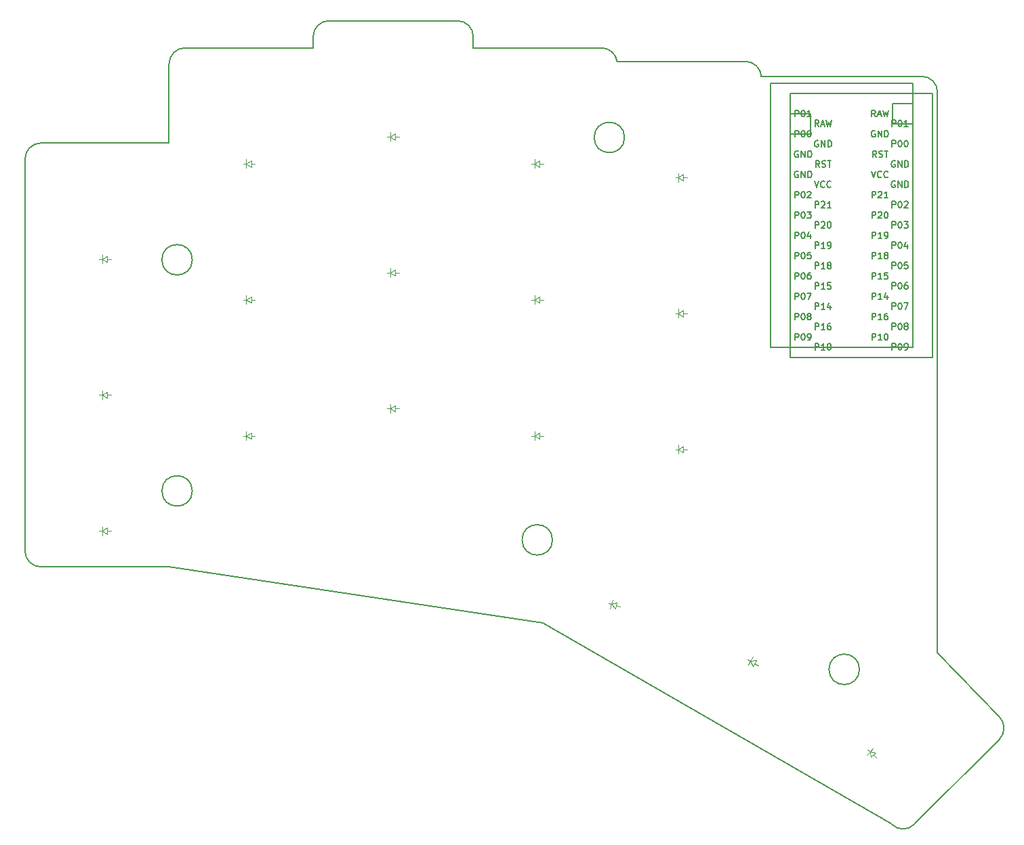
<source format=gbr>
G04 #@! TF.GenerationSoftware,KiCad,Pcbnew,5.1.5+dfsg1-2build2*
G04 #@! TF.CreationDate,2021-09-18T18:44:29+00:00*
G04 #@! TF.ProjectId,board,626f6172-642e-46b6-9963-61645f706362,VERSION_HERE*
G04 #@! TF.SameCoordinates,Original*
G04 #@! TF.FileFunction,Legend,Top*
G04 #@! TF.FilePolarity,Positive*
%FSLAX46Y46*%
G04 Gerber Fmt 4.6, Leading zero omitted, Abs format (unit mm)*
G04 Created by KiCad (PCBNEW 5.1.5+dfsg1-2build2) date 2021-09-18 18:44:29*
%MOMM*%
%LPD*%
G04 APERTURE LIST*
G04 #@! TA.AperFunction,Profile*
%ADD10C,0.150000*%
G04 #@! TD*
%ADD11C,0.100000*%
%ADD12C,0.150000*%
G04 APERTURE END LIST*
D10*
X10000000Y-9500000D02*
X26000000Y-9500000D01*
X8000000Y-7500000D02*
X8000000Y41500000D01*
X10000000Y-9500000D02*
G75*
G02X8000000Y-7500000I0J2000000D01*
G01*
X26000000Y43500000D02*
X10000000Y43500000D01*
X8000000Y41500000D02*
G75*
G02X10000000Y43500000I2000000J0D01*
G01*
X44000000Y55400000D02*
X28000000Y55400000D01*
X26000000Y53400000D02*
G75*
G02X28000000Y55400000I2000000J0D01*
G01*
X26000000Y53400000D02*
X26000000Y43500000D01*
X64000000Y55400000D02*
X64000000Y56800000D01*
X62000000Y58800000D02*
G75*
G02X64000000Y56800000I0J-2000000D01*
G01*
X62000000Y58800000D02*
X46000000Y58800000D01*
X44000000Y56800000D02*
G75*
G02X46000000Y58800000I2000000J0D01*
G01*
X44000000Y56800000D02*
X44000000Y55400000D01*
X80000000Y55400000D02*
G75*
G02X81977391Y53699872I0J-2000000D01*
G01*
X80000000Y55400000D02*
X64000000Y55400000D01*
X98000000Y53700000D02*
G75*
G02X99994367Y51850000I0J-2000000D01*
G01*
X98000000Y53700000D02*
X82000000Y53700000D01*
X81977391Y53699872D02*
G75*
G02X82000000Y53700000I22609J-1999872D01*
G01*
X119117258Y-41686664D02*
G75*
G02X116288831Y-41686665I-1414214J1414213D01*
G01*
X119117258Y-41686665D02*
X129723860Y-31080063D01*
X129723859Y-28251636D02*
G75*
G02X129723860Y-31080063I-1414213J-1414214D01*
G01*
X122000000Y-20208734D02*
X129723860Y-28251636D01*
X116288831Y-41686665D02*
X72707107Y-16524745D01*
X72707107Y-16524745D02*
X26000000Y-9500000D01*
X122000000Y-20208734D02*
X122000000Y49850000D01*
X120000000Y51850000D02*
G75*
G02X122000000Y49850000I0J-2000000D01*
G01*
X120000000Y51850000D02*
X99994367Y51850000D01*
X28900000Y28900000D02*
G75*
G03X28900000Y28900000I-1900000J0D01*
G01*
X28900000Y0D02*
G75*
G03X28900000Y0I-1900000J0D01*
G01*
X82900000Y44200000D02*
G75*
G03X82900000Y44200000I-1900000J0D01*
G01*
X73900000Y-6120000D02*
G75*
G03X73900000Y-6120000I-1900000J0D01*
G01*
X112249134Y-22311939D02*
G75*
G03X112249134Y-22311939I-1900000J0D01*
G01*
D11*
G04 #@! TO.C,D1*
X17250000Y-5000000D02*
X17650000Y-5000000D01*
X17650000Y-5000000D02*
X17650000Y-4450000D01*
X17650000Y-5000000D02*
X17650000Y-5550000D01*
X17650000Y-5000000D02*
X18250000Y-4600000D01*
X18250000Y-4600000D02*
X18250000Y-5400000D01*
X18250000Y-5400000D02*
X17650000Y-5000000D01*
X18250000Y-5000000D02*
X18750000Y-5000000D01*
G04 #@! TO.C,D2*
X17250000Y12000000D02*
X17650000Y12000000D01*
X17650000Y12000000D02*
X17650000Y12550000D01*
X17650000Y12000000D02*
X17650000Y11450000D01*
X17650000Y12000000D02*
X18250000Y12400000D01*
X18250000Y12400000D02*
X18250000Y11600000D01*
X18250000Y11600000D02*
X17650000Y12000000D01*
X18250000Y12000000D02*
X18750000Y12000000D01*
G04 #@! TO.C,D3*
X17250000Y29000000D02*
X17650000Y29000000D01*
X17650000Y29000000D02*
X17650000Y29550000D01*
X17650000Y29000000D02*
X17650000Y28450000D01*
X17650000Y29000000D02*
X18250000Y29400000D01*
X18250000Y29400000D02*
X18250000Y28600000D01*
X18250000Y28600000D02*
X17650000Y29000000D01*
X18250000Y29000000D02*
X18750000Y29000000D01*
G04 #@! TO.C,D4*
X35250000Y6900000D02*
X35650000Y6900000D01*
X35650000Y6900000D02*
X35650000Y7450000D01*
X35650000Y6900000D02*
X35650000Y6350000D01*
X35650000Y6900000D02*
X36250000Y7300000D01*
X36250000Y7300000D02*
X36250000Y6500000D01*
X36250000Y6500000D02*
X35650000Y6900000D01*
X36250000Y6900000D02*
X36750000Y6900000D01*
G04 #@! TO.C,D5*
X35250000Y23900000D02*
X35650000Y23900000D01*
X35650000Y23900000D02*
X35650000Y24450000D01*
X35650000Y23900000D02*
X35650000Y23350000D01*
X35650000Y23900000D02*
X36250000Y24300000D01*
X36250000Y24300000D02*
X36250000Y23500000D01*
X36250000Y23500000D02*
X35650000Y23900000D01*
X36250000Y23900000D02*
X36750000Y23900000D01*
G04 #@! TO.C,D6*
X35250000Y40900000D02*
X35650000Y40900000D01*
X35650000Y40900000D02*
X35650000Y41450000D01*
X35650000Y40900000D02*
X35650000Y40350000D01*
X35650000Y40900000D02*
X36250000Y41300000D01*
X36250000Y41300000D02*
X36250000Y40500000D01*
X36250000Y40500000D02*
X35650000Y40900000D01*
X36250000Y40900000D02*
X36750000Y40900000D01*
G04 #@! TO.C,D7*
X53250000Y10300000D02*
X53650000Y10300000D01*
X53650000Y10300000D02*
X53650000Y10850000D01*
X53650000Y10300000D02*
X53650000Y9750000D01*
X53650000Y10300000D02*
X54250000Y10700000D01*
X54250000Y10700000D02*
X54250000Y9900000D01*
X54250000Y9900000D02*
X53650000Y10300000D01*
X54250000Y10300000D02*
X54750000Y10300000D01*
G04 #@! TO.C,D8*
X53250000Y27300000D02*
X53650000Y27300000D01*
X53650000Y27300000D02*
X53650000Y27850000D01*
X53650000Y27300000D02*
X53650000Y26750000D01*
X53650000Y27300000D02*
X54250000Y27700000D01*
X54250000Y27700000D02*
X54250000Y26900000D01*
X54250000Y26900000D02*
X53650000Y27300000D01*
X54250000Y27300000D02*
X54750000Y27300000D01*
G04 #@! TO.C,D9*
X53250000Y44300000D02*
X53650000Y44300000D01*
X53650000Y44300000D02*
X53650000Y44850000D01*
X53650000Y44300000D02*
X53650000Y43750000D01*
X53650000Y44300000D02*
X54250000Y44700000D01*
X54250000Y44700000D02*
X54250000Y43900000D01*
X54250000Y43900000D02*
X53650000Y44300000D01*
X54250000Y44300000D02*
X54750000Y44300000D01*
G04 #@! TO.C,D10*
X71250000Y6900000D02*
X71650000Y6900000D01*
X71650000Y6900000D02*
X71650000Y7450000D01*
X71650000Y6900000D02*
X71650000Y6350000D01*
X71650000Y6900000D02*
X72250000Y7300000D01*
X72250000Y7300000D02*
X72250000Y6500000D01*
X72250000Y6500000D02*
X71650000Y6900000D01*
X72250000Y6900000D02*
X72750000Y6900000D01*
G04 #@! TO.C,D11*
X71250000Y23900000D02*
X71650000Y23900000D01*
X71650000Y23900000D02*
X71650000Y24450000D01*
X71650000Y23900000D02*
X71650000Y23350000D01*
X71650000Y23900000D02*
X72250000Y24300000D01*
X72250000Y24300000D02*
X72250000Y23500000D01*
X72250000Y23500000D02*
X71650000Y23900000D01*
X72250000Y23900000D02*
X72750000Y23900000D01*
G04 #@! TO.C,D12*
X71250000Y40900000D02*
X71650000Y40900000D01*
X71650000Y40900000D02*
X71650000Y41450000D01*
X71650000Y40900000D02*
X71650000Y40350000D01*
X71650000Y40900000D02*
X72250000Y41300000D01*
X72250000Y41300000D02*
X72250000Y40500000D01*
X72250000Y40500000D02*
X71650000Y40900000D01*
X72250000Y40900000D02*
X72750000Y40900000D01*
G04 #@! TO.C,D13*
X89250000Y5200000D02*
X89650000Y5200000D01*
X89650000Y5200000D02*
X89650000Y5750000D01*
X89650000Y5200000D02*
X89650000Y4650000D01*
X89650000Y5200000D02*
X90250000Y5600000D01*
X90250000Y5600000D02*
X90250000Y4800000D01*
X90250000Y4800000D02*
X89650000Y5200000D01*
X90250000Y5200000D02*
X90750000Y5200000D01*
G04 #@! TO.C,D14*
X89250000Y22200000D02*
X89650000Y22200000D01*
X89650000Y22200000D02*
X89650000Y22750000D01*
X89650000Y22200000D02*
X89650000Y21650000D01*
X89650000Y22200000D02*
X90250000Y22600000D01*
X90250000Y22600000D02*
X90250000Y21800000D01*
X90250000Y21800000D02*
X89650000Y22200000D01*
X90250000Y22200000D02*
X90750000Y22200000D01*
G04 #@! TO.C,D15*
X89250000Y39200000D02*
X89650000Y39200000D01*
X89650000Y39200000D02*
X89650000Y39750000D01*
X89650000Y39200000D02*
X89650000Y38650000D01*
X89650000Y39200000D02*
X90250000Y39600000D01*
X90250000Y39600000D02*
X90250000Y38800000D01*
X90250000Y38800000D02*
X89650000Y39200000D01*
X90250000Y39200000D02*
X90750000Y39200000D01*
G04 #@! TO.C,D16*
X80874756Y-14054486D02*
X81261126Y-14158013D01*
X81261126Y-14158013D02*
X81403476Y-13626754D01*
X81261126Y-14158013D02*
X81118775Y-14689273D01*
X81261126Y-14158013D02*
X81944209Y-13926934D01*
X81944209Y-13926934D02*
X81737154Y-14699675D01*
X81737154Y-14699675D02*
X81261126Y-14158013D01*
X81840681Y-14313305D02*
X82323644Y-14442714D01*
G04 #@! TO.C,D17*
X98281381Y-21052700D02*
X98627791Y-21252700D01*
X98627791Y-21252700D02*
X98902791Y-20776386D01*
X98627791Y-21252700D02*
X98352791Y-21729014D01*
X98627791Y-21252700D02*
X99347406Y-21206290D01*
X99347406Y-21206290D02*
X98947406Y-21899110D01*
X98947406Y-21899110D02*
X98627791Y-21252700D01*
X99147406Y-21552700D02*
X99580419Y-21802700D01*
G04 #@! TO.C,D18*
X113283670Y-32317470D02*
X113566513Y-32600313D01*
X113566513Y-32600313D02*
X113955421Y-32211404D01*
X113566513Y-32600313D02*
X113177604Y-32989221D01*
X113566513Y-32600313D02*
X114273619Y-32741734D01*
X114273619Y-32741734D02*
X113707934Y-33307419D01*
X113707934Y-33307419D02*
X113566513Y-32600313D01*
X113990777Y-33024577D02*
X114344330Y-33378130D01*
D12*
G04 #@! TO.C,MCU1*
X116350000Y45900000D02*
X118890000Y45900000D01*
X116350000Y48440000D02*
X118890000Y48440000D01*
X116350000Y48440000D02*
X116350000Y45900000D01*
X118890000Y50980000D02*
X101110000Y50980000D01*
X118890000Y17960000D02*
X118890000Y50980000D01*
X101110000Y17960000D02*
X118890000Y17960000D01*
X101110000Y50980000D02*
X101110000Y17960000D01*
G04 #@! TO.C,MCU2*
X106150000Y44650000D02*
X103610000Y44650000D01*
X106150000Y47190000D02*
X103610000Y47190000D01*
X106150000Y47190000D02*
X106150000Y44650000D01*
X121390000Y49730000D02*
X103610000Y49730000D01*
X121390000Y16710000D02*
X121390000Y49730000D01*
X103610000Y16710000D02*
X121390000Y16710000D01*
X103610000Y49730000D02*
X103610000Y16710000D01*
G04 #@! TD*
G04 #@! TO.C,MCU1*
X114247619Y46808095D02*
X113980952Y47189047D01*
X113790476Y46808095D02*
X113790476Y47608095D01*
X114095238Y47608095D01*
X114171428Y47570000D01*
X114209523Y47531904D01*
X114247619Y47455714D01*
X114247619Y47341428D01*
X114209523Y47265238D01*
X114171428Y47227142D01*
X114095238Y47189047D01*
X113790476Y47189047D01*
X114552380Y47036666D02*
X114933333Y47036666D01*
X114476190Y46808095D02*
X114742857Y47608095D01*
X115009523Y46808095D01*
X115200000Y47608095D02*
X115390476Y46808095D01*
X115542857Y47379523D01*
X115695238Y46808095D01*
X115885714Y47608095D01*
X114190476Y45030000D02*
X114114285Y45068095D01*
X114000000Y45068095D01*
X113885714Y45030000D01*
X113809523Y44953809D01*
X113771428Y44877619D01*
X113733333Y44725238D01*
X113733333Y44610952D01*
X113771428Y44458571D01*
X113809523Y44382380D01*
X113885714Y44306190D01*
X114000000Y44268095D01*
X114076190Y44268095D01*
X114190476Y44306190D01*
X114228571Y44344285D01*
X114228571Y44610952D01*
X114076190Y44610952D01*
X114571428Y44268095D02*
X114571428Y45068095D01*
X115028571Y44268095D01*
X115028571Y45068095D01*
X115409523Y44268095D02*
X115409523Y45068095D01*
X115600000Y45068095D01*
X115714285Y45030000D01*
X115790476Y44953809D01*
X115828571Y44877619D01*
X115866666Y44725238D01*
X115866666Y44610952D01*
X115828571Y44458571D01*
X115790476Y44382380D01*
X115714285Y44306190D01*
X115600000Y44268095D01*
X115409523Y44268095D01*
X114361904Y41728095D02*
X114095238Y42109047D01*
X113904761Y41728095D02*
X113904761Y42528095D01*
X114209523Y42528095D01*
X114285714Y42490000D01*
X114323809Y42451904D01*
X114361904Y42375714D01*
X114361904Y42261428D01*
X114323809Y42185238D01*
X114285714Y42147142D01*
X114209523Y42109047D01*
X113904761Y42109047D01*
X114666666Y41766190D02*
X114780952Y41728095D01*
X114971428Y41728095D01*
X115047619Y41766190D01*
X115085714Y41804285D01*
X115123809Y41880476D01*
X115123809Y41956666D01*
X115085714Y42032857D01*
X115047619Y42070952D01*
X114971428Y42109047D01*
X114819047Y42147142D01*
X114742857Y42185238D01*
X114704761Y42223333D01*
X114666666Y42299523D01*
X114666666Y42375714D01*
X114704761Y42451904D01*
X114742857Y42490000D01*
X114819047Y42528095D01*
X115009523Y42528095D01*
X115123809Y42490000D01*
X115352380Y42528095D02*
X115809523Y42528095D01*
X115580952Y41728095D02*
X115580952Y42528095D01*
X113733333Y39988095D02*
X114000000Y39188095D01*
X114266666Y39988095D01*
X114990476Y39264285D02*
X114952380Y39226190D01*
X114838095Y39188095D01*
X114761904Y39188095D01*
X114647619Y39226190D01*
X114571428Y39302380D01*
X114533333Y39378571D01*
X114495238Y39530952D01*
X114495238Y39645238D01*
X114533333Y39797619D01*
X114571428Y39873809D01*
X114647619Y39950000D01*
X114761904Y39988095D01*
X114838095Y39988095D01*
X114952380Y39950000D01*
X114990476Y39911904D01*
X115790476Y39264285D02*
X115752380Y39226190D01*
X115638095Y39188095D01*
X115561904Y39188095D01*
X115447619Y39226190D01*
X115371428Y39302380D01*
X115333333Y39378571D01*
X115295238Y39530952D01*
X115295238Y39645238D01*
X115333333Y39797619D01*
X115371428Y39873809D01*
X115447619Y39950000D01*
X115561904Y39988095D01*
X115638095Y39988095D01*
X115752380Y39950000D01*
X115790476Y39911904D01*
X113828571Y36648095D02*
X113828571Y37448095D01*
X114133333Y37448095D01*
X114209523Y37410000D01*
X114247619Y37371904D01*
X114285714Y37295714D01*
X114285714Y37181428D01*
X114247619Y37105238D01*
X114209523Y37067142D01*
X114133333Y37029047D01*
X113828571Y37029047D01*
X114590476Y37371904D02*
X114628571Y37410000D01*
X114704761Y37448095D01*
X114895238Y37448095D01*
X114971428Y37410000D01*
X115009523Y37371904D01*
X115047619Y37295714D01*
X115047619Y37219523D01*
X115009523Y37105238D01*
X114552380Y36648095D01*
X115047619Y36648095D01*
X115809523Y36648095D02*
X115352380Y36648095D01*
X115580952Y36648095D02*
X115580952Y37448095D01*
X115504761Y37333809D01*
X115428571Y37257619D01*
X115352380Y37219523D01*
X113828571Y34108095D02*
X113828571Y34908095D01*
X114133333Y34908095D01*
X114209523Y34870000D01*
X114247619Y34831904D01*
X114285714Y34755714D01*
X114285714Y34641428D01*
X114247619Y34565238D01*
X114209523Y34527142D01*
X114133333Y34489047D01*
X113828571Y34489047D01*
X114590476Y34831904D02*
X114628571Y34870000D01*
X114704761Y34908095D01*
X114895238Y34908095D01*
X114971428Y34870000D01*
X115009523Y34831904D01*
X115047619Y34755714D01*
X115047619Y34679523D01*
X115009523Y34565238D01*
X114552380Y34108095D01*
X115047619Y34108095D01*
X115542857Y34908095D02*
X115619047Y34908095D01*
X115695238Y34870000D01*
X115733333Y34831904D01*
X115771428Y34755714D01*
X115809523Y34603333D01*
X115809523Y34412857D01*
X115771428Y34260476D01*
X115733333Y34184285D01*
X115695238Y34146190D01*
X115619047Y34108095D01*
X115542857Y34108095D01*
X115466666Y34146190D01*
X115428571Y34184285D01*
X115390476Y34260476D01*
X115352380Y34412857D01*
X115352380Y34603333D01*
X115390476Y34755714D01*
X115428571Y34831904D01*
X115466666Y34870000D01*
X115542857Y34908095D01*
X113828571Y31568095D02*
X113828571Y32368095D01*
X114133333Y32368095D01*
X114209523Y32330000D01*
X114247619Y32291904D01*
X114285714Y32215714D01*
X114285714Y32101428D01*
X114247619Y32025238D01*
X114209523Y31987142D01*
X114133333Y31949047D01*
X113828571Y31949047D01*
X115047619Y31568095D02*
X114590476Y31568095D01*
X114819047Y31568095D02*
X114819047Y32368095D01*
X114742857Y32253809D01*
X114666666Y32177619D01*
X114590476Y32139523D01*
X115428571Y31568095D02*
X115580952Y31568095D01*
X115657142Y31606190D01*
X115695238Y31644285D01*
X115771428Y31758571D01*
X115809523Y31910952D01*
X115809523Y32215714D01*
X115771428Y32291904D01*
X115733333Y32330000D01*
X115657142Y32368095D01*
X115504761Y32368095D01*
X115428571Y32330000D01*
X115390476Y32291904D01*
X115352380Y32215714D01*
X115352380Y32025238D01*
X115390476Y31949047D01*
X115428571Y31910952D01*
X115504761Y31872857D01*
X115657142Y31872857D01*
X115733333Y31910952D01*
X115771428Y31949047D01*
X115809523Y32025238D01*
X113828571Y29028095D02*
X113828571Y29828095D01*
X114133333Y29828095D01*
X114209523Y29790000D01*
X114247619Y29751904D01*
X114285714Y29675714D01*
X114285714Y29561428D01*
X114247619Y29485238D01*
X114209523Y29447142D01*
X114133333Y29409047D01*
X113828571Y29409047D01*
X115047619Y29028095D02*
X114590476Y29028095D01*
X114819047Y29028095D02*
X114819047Y29828095D01*
X114742857Y29713809D01*
X114666666Y29637619D01*
X114590476Y29599523D01*
X115504761Y29485238D02*
X115428571Y29523333D01*
X115390476Y29561428D01*
X115352380Y29637619D01*
X115352380Y29675714D01*
X115390476Y29751904D01*
X115428571Y29790000D01*
X115504761Y29828095D01*
X115657142Y29828095D01*
X115733333Y29790000D01*
X115771428Y29751904D01*
X115809523Y29675714D01*
X115809523Y29637619D01*
X115771428Y29561428D01*
X115733333Y29523333D01*
X115657142Y29485238D01*
X115504761Y29485238D01*
X115428571Y29447142D01*
X115390476Y29409047D01*
X115352380Y29332857D01*
X115352380Y29180476D01*
X115390476Y29104285D01*
X115428571Y29066190D01*
X115504761Y29028095D01*
X115657142Y29028095D01*
X115733333Y29066190D01*
X115771428Y29104285D01*
X115809523Y29180476D01*
X115809523Y29332857D01*
X115771428Y29409047D01*
X115733333Y29447142D01*
X115657142Y29485238D01*
X113828571Y26488095D02*
X113828571Y27288095D01*
X114133333Y27288095D01*
X114209523Y27250000D01*
X114247619Y27211904D01*
X114285714Y27135714D01*
X114285714Y27021428D01*
X114247619Y26945238D01*
X114209523Y26907142D01*
X114133333Y26869047D01*
X113828571Y26869047D01*
X115047619Y26488095D02*
X114590476Y26488095D01*
X114819047Y26488095D02*
X114819047Y27288095D01*
X114742857Y27173809D01*
X114666666Y27097619D01*
X114590476Y27059523D01*
X115771428Y27288095D02*
X115390476Y27288095D01*
X115352380Y26907142D01*
X115390476Y26945238D01*
X115466666Y26983333D01*
X115657142Y26983333D01*
X115733333Y26945238D01*
X115771428Y26907142D01*
X115809523Y26830952D01*
X115809523Y26640476D01*
X115771428Y26564285D01*
X115733333Y26526190D01*
X115657142Y26488095D01*
X115466666Y26488095D01*
X115390476Y26526190D01*
X115352380Y26564285D01*
X113828571Y23948095D02*
X113828571Y24748095D01*
X114133333Y24748095D01*
X114209523Y24710000D01*
X114247619Y24671904D01*
X114285714Y24595714D01*
X114285714Y24481428D01*
X114247619Y24405238D01*
X114209523Y24367142D01*
X114133333Y24329047D01*
X113828571Y24329047D01*
X115047619Y23948095D02*
X114590476Y23948095D01*
X114819047Y23948095D02*
X114819047Y24748095D01*
X114742857Y24633809D01*
X114666666Y24557619D01*
X114590476Y24519523D01*
X115733333Y24481428D02*
X115733333Y23948095D01*
X115542857Y24786190D02*
X115352380Y24214761D01*
X115847619Y24214761D01*
X113828571Y21408095D02*
X113828571Y22208095D01*
X114133333Y22208095D01*
X114209523Y22170000D01*
X114247619Y22131904D01*
X114285714Y22055714D01*
X114285714Y21941428D01*
X114247619Y21865238D01*
X114209523Y21827142D01*
X114133333Y21789047D01*
X113828571Y21789047D01*
X115047619Y21408095D02*
X114590476Y21408095D01*
X114819047Y21408095D02*
X114819047Y22208095D01*
X114742857Y22093809D01*
X114666666Y22017619D01*
X114590476Y21979523D01*
X115733333Y22208095D02*
X115580952Y22208095D01*
X115504761Y22170000D01*
X115466666Y22131904D01*
X115390476Y22017619D01*
X115352380Y21865238D01*
X115352380Y21560476D01*
X115390476Y21484285D01*
X115428571Y21446190D01*
X115504761Y21408095D01*
X115657142Y21408095D01*
X115733333Y21446190D01*
X115771428Y21484285D01*
X115809523Y21560476D01*
X115809523Y21750952D01*
X115771428Y21827142D01*
X115733333Y21865238D01*
X115657142Y21903333D01*
X115504761Y21903333D01*
X115428571Y21865238D01*
X115390476Y21827142D01*
X115352380Y21750952D01*
X113828571Y18868095D02*
X113828571Y19668095D01*
X114133333Y19668095D01*
X114209523Y19630000D01*
X114247619Y19591904D01*
X114285714Y19515714D01*
X114285714Y19401428D01*
X114247619Y19325238D01*
X114209523Y19287142D01*
X114133333Y19249047D01*
X113828571Y19249047D01*
X115047619Y18868095D02*
X114590476Y18868095D01*
X114819047Y18868095D02*
X114819047Y19668095D01*
X114742857Y19553809D01*
X114666666Y19477619D01*
X114590476Y19439523D01*
X115542857Y19668095D02*
X115619047Y19668095D01*
X115695238Y19630000D01*
X115733333Y19591904D01*
X115771428Y19515714D01*
X115809523Y19363333D01*
X115809523Y19172857D01*
X115771428Y19020476D01*
X115733333Y18944285D01*
X115695238Y18906190D01*
X115619047Y18868095D01*
X115542857Y18868095D01*
X115466666Y18906190D01*
X115428571Y18944285D01*
X115390476Y19020476D01*
X115352380Y19172857D01*
X115352380Y19363333D01*
X115390476Y19515714D01*
X115428571Y19591904D01*
X115466666Y19630000D01*
X115542857Y19668095D01*
X104228571Y46808095D02*
X104228571Y47608095D01*
X104533333Y47608095D01*
X104609523Y47570000D01*
X104647619Y47531904D01*
X104685714Y47455714D01*
X104685714Y47341428D01*
X104647619Y47265238D01*
X104609523Y47227142D01*
X104533333Y47189047D01*
X104228571Y47189047D01*
X105180952Y47608095D02*
X105257142Y47608095D01*
X105333333Y47570000D01*
X105371428Y47531904D01*
X105409523Y47455714D01*
X105447619Y47303333D01*
X105447619Y47112857D01*
X105409523Y46960476D01*
X105371428Y46884285D01*
X105333333Y46846190D01*
X105257142Y46808095D01*
X105180952Y46808095D01*
X105104761Y46846190D01*
X105066666Y46884285D01*
X105028571Y46960476D01*
X104990476Y47112857D01*
X104990476Y47303333D01*
X105028571Y47455714D01*
X105066666Y47531904D01*
X105104761Y47570000D01*
X105180952Y47608095D01*
X106209523Y46808095D02*
X105752380Y46808095D01*
X105980952Y46808095D02*
X105980952Y47608095D01*
X105904761Y47493809D01*
X105828571Y47417619D01*
X105752380Y47379523D01*
X104228571Y44268095D02*
X104228571Y45068095D01*
X104533333Y45068095D01*
X104609523Y45030000D01*
X104647619Y44991904D01*
X104685714Y44915714D01*
X104685714Y44801428D01*
X104647619Y44725238D01*
X104609523Y44687142D01*
X104533333Y44649047D01*
X104228571Y44649047D01*
X105180952Y45068095D02*
X105257142Y45068095D01*
X105333333Y45030000D01*
X105371428Y44991904D01*
X105409523Y44915714D01*
X105447619Y44763333D01*
X105447619Y44572857D01*
X105409523Y44420476D01*
X105371428Y44344285D01*
X105333333Y44306190D01*
X105257142Y44268095D01*
X105180952Y44268095D01*
X105104761Y44306190D01*
X105066666Y44344285D01*
X105028571Y44420476D01*
X104990476Y44572857D01*
X104990476Y44763333D01*
X105028571Y44915714D01*
X105066666Y44991904D01*
X105104761Y45030000D01*
X105180952Y45068095D01*
X105942857Y45068095D02*
X106019047Y45068095D01*
X106095238Y45030000D01*
X106133333Y44991904D01*
X106171428Y44915714D01*
X106209523Y44763333D01*
X106209523Y44572857D01*
X106171428Y44420476D01*
X106133333Y44344285D01*
X106095238Y44306190D01*
X106019047Y44268095D01*
X105942857Y44268095D01*
X105866666Y44306190D01*
X105828571Y44344285D01*
X105790476Y44420476D01*
X105752380Y44572857D01*
X105752380Y44763333D01*
X105790476Y44915714D01*
X105828571Y44991904D01*
X105866666Y45030000D01*
X105942857Y45068095D01*
X104590476Y42490000D02*
X104514285Y42528095D01*
X104400000Y42528095D01*
X104285714Y42490000D01*
X104209523Y42413809D01*
X104171428Y42337619D01*
X104133333Y42185238D01*
X104133333Y42070952D01*
X104171428Y41918571D01*
X104209523Y41842380D01*
X104285714Y41766190D01*
X104400000Y41728095D01*
X104476190Y41728095D01*
X104590476Y41766190D01*
X104628571Y41804285D01*
X104628571Y42070952D01*
X104476190Y42070952D01*
X104971428Y41728095D02*
X104971428Y42528095D01*
X105428571Y41728095D01*
X105428571Y42528095D01*
X105809523Y41728095D02*
X105809523Y42528095D01*
X106000000Y42528095D01*
X106114285Y42490000D01*
X106190476Y42413809D01*
X106228571Y42337619D01*
X106266666Y42185238D01*
X106266666Y42070952D01*
X106228571Y41918571D01*
X106190476Y41842380D01*
X106114285Y41766190D01*
X106000000Y41728095D01*
X105809523Y41728095D01*
X104590476Y39950000D02*
X104514285Y39988095D01*
X104400000Y39988095D01*
X104285714Y39950000D01*
X104209523Y39873809D01*
X104171428Y39797619D01*
X104133333Y39645238D01*
X104133333Y39530952D01*
X104171428Y39378571D01*
X104209523Y39302380D01*
X104285714Y39226190D01*
X104400000Y39188095D01*
X104476190Y39188095D01*
X104590476Y39226190D01*
X104628571Y39264285D01*
X104628571Y39530952D01*
X104476190Y39530952D01*
X104971428Y39188095D02*
X104971428Y39988095D01*
X105428571Y39188095D01*
X105428571Y39988095D01*
X105809523Y39188095D02*
X105809523Y39988095D01*
X106000000Y39988095D01*
X106114285Y39950000D01*
X106190476Y39873809D01*
X106228571Y39797619D01*
X106266666Y39645238D01*
X106266666Y39530952D01*
X106228571Y39378571D01*
X106190476Y39302380D01*
X106114285Y39226190D01*
X106000000Y39188095D01*
X105809523Y39188095D01*
X104228571Y36648095D02*
X104228571Y37448095D01*
X104533333Y37448095D01*
X104609523Y37410000D01*
X104647619Y37371904D01*
X104685714Y37295714D01*
X104685714Y37181428D01*
X104647619Y37105238D01*
X104609523Y37067142D01*
X104533333Y37029047D01*
X104228571Y37029047D01*
X105180952Y37448095D02*
X105257142Y37448095D01*
X105333333Y37410000D01*
X105371428Y37371904D01*
X105409523Y37295714D01*
X105447619Y37143333D01*
X105447619Y36952857D01*
X105409523Y36800476D01*
X105371428Y36724285D01*
X105333333Y36686190D01*
X105257142Y36648095D01*
X105180952Y36648095D01*
X105104761Y36686190D01*
X105066666Y36724285D01*
X105028571Y36800476D01*
X104990476Y36952857D01*
X104990476Y37143333D01*
X105028571Y37295714D01*
X105066666Y37371904D01*
X105104761Y37410000D01*
X105180952Y37448095D01*
X105752380Y37371904D02*
X105790476Y37410000D01*
X105866666Y37448095D01*
X106057142Y37448095D01*
X106133333Y37410000D01*
X106171428Y37371904D01*
X106209523Y37295714D01*
X106209523Y37219523D01*
X106171428Y37105238D01*
X105714285Y36648095D01*
X106209523Y36648095D01*
X104228571Y34108095D02*
X104228571Y34908095D01*
X104533333Y34908095D01*
X104609523Y34870000D01*
X104647619Y34831904D01*
X104685714Y34755714D01*
X104685714Y34641428D01*
X104647619Y34565238D01*
X104609523Y34527142D01*
X104533333Y34489047D01*
X104228571Y34489047D01*
X105180952Y34908095D02*
X105257142Y34908095D01*
X105333333Y34870000D01*
X105371428Y34831904D01*
X105409523Y34755714D01*
X105447619Y34603333D01*
X105447619Y34412857D01*
X105409523Y34260476D01*
X105371428Y34184285D01*
X105333333Y34146190D01*
X105257142Y34108095D01*
X105180952Y34108095D01*
X105104761Y34146190D01*
X105066666Y34184285D01*
X105028571Y34260476D01*
X104990476Y34412857D01*
X104990476Y34603333D01*
X105028571Y34755714D01*
X105066666Y34831904D01*
X105104761Y34870000D01*
X105180952Y34908095D01*
X105714285Y34908095D02*
X106209523Y34908095D01*
X105942857Y34603333D01*
X106057142Y34603333D01*
X106133333Y34565238D01*
X106171428Y34527142D01*
X106209523Y34450952D01*
X106209523Y34260476D01*
X106171428Y34184285D01*
X106133333Y34146190D01*
X106057142Y34108095D01*
X105828571Y34108095D01*
X105752380Y34146190D01*
X105714285Y34184285D01*
X104228571Y31568095D02*
X104228571Y32368095D01*
X104533333Y32368095D01*
X104609523Y32330000D01*
X104647619Y32291904D01*
X104685714Y32215714D01*
X104685714Y32101428D01*
X104647619Y32025238D01*
X104609523Y31987142D01*
X104533333Y31949047D01*
X104228571Y31949047D01*
X105180952Y32368095D02*
X105257142Y32368095D01*
X105333333Y32330000D01*
X105371428Y32291904D01*
X105409523Y32215714D01*
X105447619Y32063333D01*
X105447619Y31872857D01*
X105409523Y31720476D01*
X105371428Y31644285D01*
X105333333Y31606190D01*
X105257142Y31568095D01*
X105180952Y31568095D01*
X105104761Y31606190D01*
X105066666Y31644285D01*
X105028571Y31720476D01*
X104990476Y31872857D01*
X104990476Y32063333D01*
X105028571Y32215714D01*
X105066666Y32291904D01*
X105104761Y32330000D01*
X105180952Y32368095D01*
X106133333Y32101428D02*
X106133333Y31568095D01*
X105942857Y32406190D02*
X105752380Y31834761D01*
X106247619Y31834761D01*
X104228571Y29028095D02*
X104228571Y29828095D01*
X104533333Y29828095D01*
X104609523Y29790000D01*
X104647619Y29751904D01*
X104685714Y29675714D01*
X104685714Y29561428D01*
X104647619Y29485238D01*
X104609523Y29447142D01*
X104533333Y29409047D01*
X104228571Y29409047D01*
X105180952Y29828095D02*
X105257142Y29828095D01*
X105333333Y29790000D01*
X105371428Y29751904D01*
X105409523Y29675714D01*
X105447619Y29523333D01*
X105447619Y29332857D01*
X105409523Y29180476D01*
X105371428Y29104285D01*
X105333333Y29066190D01*
X105257142Y29028095D01*
X105180952Y29028095D01*
X105104761Y29066190D01*
X105066666Y29104285D01*
X105028571Y29180476D01*
X104990476Y29332857D01*
X104990476Y29523333D01*
X105028571Y29675714D01*
X105066666Y29751904D01*
X105104761Y29790000D01*
X105180952Y29828095D01*
X106171428Y29828095D02*
X105790476Y29828095D01*
X105752380Y29447142D01*
X105790476Y29485238D01*
X105866666Y29523333D01*
X106057142Y29523333D01*
X106133333Y29485238D01*
X106171428Y29447142D01*
X106209523Y29370952D01*
X106209523Y29180476D01*
X106171428Y29104285D01*
X106133333Y29066190D01*
X106057142Y29028095D01*
X105866666Y29028095D01*
X105790476Y29066190D01*
X105752380Y29104285D01*
X104228571Y26488095D02*
X104228571Y27288095D01*
X104533333Y27288095D01*
X104609523Y27250000D01*
X104647619Y27211904D01*
X104685714Y27135714D01*
X104685714Y27021428D01*
X104647619Y26945238D01*
X104609523Y26907142D01*
X104533333Y26869047D01*
X104228571Y26869047D01*
X105180952Y27288095D02*
X105257142Y27288095D01*
X105333333Y27250000D01*
X105371428Y27211904D01*
X105409523Y27135714D01*
X105447619Y26983333D01*
X105447619Y26792857D01*
X105409523Y26640476D01*
X105371428Y26564285D01*
X105333333Y26526190D01*
X105257142Y26488095D01*
X105180952Y26488095D01*
X105104761Y26526190D01*
X105066666Y26564285D01*
X105028571Y26640476D01*
X104990476Y26792857D01*
X104990476Y26983333D01*
X105028571Y27135714D01*
X105066666Y27211904D01*
X105104761Y27250000D01*
X105180952Y27288095D01*
X106133333Y27288095D02*
X105980952Y27288095D01*
X105904761Y27250000D01*
X105866666Y27211904D01*
X105790476Y27097619D01*
X105752380Y26945238D01*
X105752380Y26640476D01*
X105790476Y26564285D01*
X105828571Y26526190D01*
X105904761Y26488095D01*
X106057142Y26488095D01*
X106133333Y26526190D01*
X106171428Y26564285D01*
X106209523Y26640476D01*
X106209523Y26830952D01*
X106171428Y26907142D01*
X106133333Y26945238D01*
X106057142Y26983333D01*
X105904761Y26983333D01*
X105828571Y26945238D01*
X105790476Y26907142D01*
X105752380Y26830952D01*
X104228571Y23948095D02*
X104228571Y24748095D01*
X104533333Y24748095D01*
X104609523Y24710000D01*
X104647619Y24671904D01*
X104685714Y24595714D01*
X104685714Y24481428D01*
X104647619Y24405238D01*
X104609523Y24367142D01*
X104533333Y24329047D01*
X104228571Y24329047D01*
X105180952Y24748095D02*
X105257142Y24748095D01*
X105333333Y24710000D01*
X105371428Y24671904D01*
X105409523Y24595714D01*
X105447619Y24443333D01*
X105447619Y24252857D01*
X105409523Y24100476D01*
X105371428Y24024285D01*
X105333333Y23986190D01*
X105257142Y23948095D01*
X105180952Y23948095D01*
X105104761Y23986190D01*
X105066666Y24024285D01*
X105028571Y24100476D01*
X104990476Y24252857D01*
X104990476Y24443333D01*
X105028571Y24595714D01*
X105066666Y24671904D01*
X105104761Y24710000D01*
X105180952Y24748095D01*
X105714285Y24748095D02*
X106247619Y24748095D01*
X105904761Y23948095D01*
X104228571Y21408095D02*
X104228571Y22208095D01*
X104533333Y22208095D01*
X104609523Y22170000D01*
X104647619Y22131904D01*
X104685714Y22055714D01*
X104685714Y21941428D01*
X104647619Y21865238D01*
X104609523Y21827142D01*
X104533333Y21789047D01*
X104228571Y21789047D01*
X105180952Y22208095D02*
X105257142Y22208095D01*
X105333333Y22170000D01*
X105371428Y22131904D01*
X105409523Y22055714D01*
X105447619Y21903333D01*
X105447619Y21712857D01*
X105409523Y21560476D01*
X105371428Y21484285D01*
X105333333Y21446190D01*
X105257142Y21408095D01*
X105180952Y21408095D01*
X105104761Y21446190D01*
X105066666Y21484285D01*
X105028571Y21560476D01*
X104990476Y21712857D01*
X104990476Y21903333D01*
X105028571Y22055714D01*
X105066666Y22131904D01*
X105104761Y22170000D01*
X105180952Y22208095D01*
X105904761Y21865238D02*
X105828571Y21903333D01*
X105790476Y21941428D01*
X105752380Y22017619D01*
X105752380Y22055714D01*
X105790476Y22131904D01*
X105828571Y22170000D01*
X105904761Y22208095D01*
X106057142Y22208095D01*
X106133333Y22170000D01*
X106171428Y22131904D01*
X106209523Y22055714D01*
X106209523Y22017619D01*
X106171428Y21941428D01*
X106133333Y21903333D01*
X106057142Y21865238D01*
X105904761Y21865238D01*
X105828571Y21827142D01*
X105790476Y21789047D01*
X105752380Y21712857D01*
X105752380Y21560476D01*
X105790476Y21484285D01*
X105828571Y21446190D01*
X105904761Y21408095D01*
X106057142Y21408095D01*
X106133333Y21446190D01*
X106171428Y21484285D01*
X106209523Y21560476D01*
X106209523Y21712857D01*
X106171428Y21789047D01*
X106133333Y21827142D01*
X106057142Y21865238D01*
X104228571Y18868095D02*
X104228571Y19668095D01*
X104533333Y19668095D01*
X104609523Y19630000D01*
X104647619Y19591904D01*
X104685714Y19515714D01*
X104685714Y19401428D01*
X104647619Y19325238D01*
X104609523Y19287142D01*
X104533333Y19249047D01*
X104228571Y19249047D01*
X105180952Y19668095D02*
X105257142Y19668095D01*
X105333333Y19630000D01*
X105371428Y19591904D01*
X105409523Y19515714D01*
X105447619Y19363333D01*
X105447619Y19172857D01*
X105409523Y19020476D01*
X105371428Y18944285D01*
X105333333Y18906190D01*
X105257142Y18868095D01*
X105180952Y18868095D01*
X105104761Y18906190D01*
X105066666Y18944285D01*
X105028571Y19020476D01*
X104990476Y19172857D01*
X104990476Y19363333D01*
X105028571Y19515714D01*
X105066666Y19591904D01*
X105104761Y19630000D01*
X105180952Y19668095D01*
X105828571Y18868095D02*
X105980952Y18868095D01*
X106057142Y18906190D01*
X106095238Y18944285D01*
X106171428Y19058571D01*
X106209523Y19210952D01*
X106209523Y19515714D01*
X106171428Y19591904D01*
X106133333Y19630000D01*
X106057142Y19668095D01*
X105904761Y19668095D01*
X105828571Y19630000D01*
X105790476Y19591904D01*
X105752380Y19515714D01*
X105752380Y19325238D01*
X105790476Y19249047D01*
X105828571Y19210952D01*
X105904761Y19172857D01*
X106057142Y19172857D01*
X106133333Y19210952D01*
X106171428Y19249047D01*
X106209523Y19325238D01*
G04 #@! TO.C,MCU2*
X107147619Y45558095D02*
X106880952Y45939047D01*
X106690476Y45558095D02*
X106690476Y46358095D01*
X106995238Y46358095D01*
X107071428Y46320000D01*
X107109523Y46281904D01*
X107147619Y46205714D01*
X107147619Y46091428D01*
X107109523Y46015238D01*
X107071428Y45977142D01*
X106995238Y45939047D01*
X106690476Y45939047D01*
X107452380Y45786666D02*
X107833333Y45786666D01*
X107376190Y45558095D02*
X107642857Y46358095D01*
X107909523Y45558095D01*
X108100000Y46358095D02*
X108290476Y45558095D01*
X108442857Y46129523D01*
X108595238Y45558095D01*
X108785714Y46358095D01*
X107090476Y43780000D02*
X107014285Y43818095D01*
X106900000Y43818095D01*
X106785714Y43780000D01*
X106709523Y43703809D01*
X106671428Y43627619D01*
X106633333Y43475238D01*
X106633333Y43360952D01*
X106671428Y43208571D01*
X106709523Y43132380D01*
X106785714Y43056190D01*
X106900000Y43018095D01*
X106976190Y43018095D01*
X107090476Y43056190D01*
X107128571Y43094285D01*
X107128571Y43360952D01*
X106976190Y43360952D01*
X107471428Y43018095D02*
X107471428Y43818095D01*
X107928571Y43018095D01*
X107928571Y43818095D01*
X108309523Y43018095D02*
X108309523Y43818095D01*
X108500000Y43818095D01*
X108614285Y43780000D01*
X108690476Y43703809D01*
X108728571Y43627619D01*
X108766666Y43475238D01*
X108766666Y43360952D01*
X108728571Y43208571D01*
X108690476Y43132380D01*
X108614285Y43056190D01*
X108500000Y43018095D01*
X108309523Y43018095D01*
X107261904Y40478095D02*
X106995238Y40859047D01*
X106804761Y40478095D02*
X106804761Y41278095D01*
X107109523Y41278095D01*
X107185714Y41240000D01*
X107223809Y41201904D01*
X107261904Y41125714D01*
X107261904Y41011428D01*
X107223809Y40935238D01*
X107185714Y40897142D01*
X107109523Y40859047D01*
X106804761Y40859047D01*
X107566666Y40516190D02*
X107680952Y40478095D01*
X107871428Y40478095D01*
X107947619Y40516190D01*
X107985714Y40554285D01*
X108023809Y40630476D01*
X108023809Y40706666D01*
X107985714Y40782857D01*
X107947619Y40820952D01*
X107871428Y40859047D01*
X107719047Y40897142D01*
X107642857Y40935238D01*
X107604761Y40973333D01*
X107566666Y41049523D01*
X107566666Y41125714D01*
X107604761Y41201904D01*
X107642857Y41240000D01*
X107719047Y41278095D01*
X107909523Y41278095D01*
X108023809Y41240000D01*
X108252380Y41278095D02*
X108709523Y41278095D01*
X108480952Y40478095D02*
X108480952Y41278095D01*
X106633333Y38738095D02*
X106900000Y37938095D01*
X107166666Y38738095D01*
X107890476Y38014285D02*
X107852380Y37976190D01*
X107738095Y37938095D01*
X107661904Y37938095D01*
X107547619Y37976190D01*
X107471428Y38052380D01*
X107433333Y38128571D01*
X107395238Y38280952D01*
X107395238Y38395238D01*
X107433333Y38547619D01*
X107471428Y38623809D01*
X107547619Y38700000D01*
X107661904Y38738095D01*
X107738095Y38738095D01*
X107852380Y38700000D01*
X107890476Y38661904D01*
X108690476Y38014285D02*
X108652380Y37976190D01*
X108538095Y37938095D01*
X108461904Y37938095D01*
X108347619Y37976190D01*
X108271428Y38052380D01*
X108233333Y38128571D01*
X108195238Y38280952D01*
X108195238Y38395238D01*
X108233333Y38547619D01*
X108271428Y38623809D01*
X108347619Y38700000D01*
X108461904Y38738095D01*
X108538095Y38738095D01*
X108652380Y38700000D01*
X108690476Y38661904D01*
X106728571Y35398095D02*
X106728571Y36198095D01*
X107033333Y36198095D01*
X107109523Y36160000D01*
X107147619Y36121904D01*
X107185714Y36045714D01*
X107185714Y35931428D01*
X107147619Y35855238D01*
X107109523Y35817142D01*
X107033333Y35779047D01*
X106728571Y35779047D01*
X107490476Y36121904D02*
X107528571Y36160000D01*
X107604761Y36198095D01*
X107795238Y36198095D01*
X107871428Y36160000D01*
X107909523Y36121904D01*
X107947619Y36045714D01*
X107947619Y35969523D01*
X107909523Y35855238D01*
X107452380Y35398095D01*
X107947619Y35398095D01*
X108709523Y35398095D02*
X108252380Y35398095D01*
X108480952Y35398095D02*
X108480952Y36198095D01*
X108404761Y36083809D01*
X108328571Y36007619D01*
X108252380Y35969523D01*
X106728571Y32858095D02*
X106728571Y33658095D01*
X107033333Y33658095D01*
X107109523Y33620000D01*
X107147619Y33581904D01*
X107185714Y33505714D01*
X107185714Y33391428D01*
X107147619Y33315238D01*
X107109523Y33277142D01*
X107033333Y33239047D01*
X106728571Y33239047D01*
X107490476Y33581904D02*
X107528571Y33620000D01*
X107604761Y33658095D01*
X107795238Y33658095D01*
X107871428Y33620000D01*
X107909523Y33581904D01*
X107947619Y33505714D01*
X107947619Y33429523D01*
X107909523Y33315238D01*
X107452380Y32858095D01*
X107947619Y32858095D01*
X108442857Y33658095D02*
X108519047Y33658095D01*
X108595238Y33620000D01*
X108633333Y33581904D01*
X108671428Y33505714D01*
X108709523Y33353333D01*
X108709523Y33162857D01*
X108671428Y33010476D01*
X108633333Y32934285D01*
X108595238Y32896190D01*
X108519047Y32858095D01*
X108442857Y32858095D01*
X108366666Y32896190D01*
X108328571Y32934285D01*
X108290476Y33010476D01*
X108252380Y33162857D01*
X108252380Y33353333D01*
X108290476Y33505714D01*
X108328571Y33581904D01*
X108366666Y33620000D01*
X108442857Y33658095D01*
X106728571Y30318095D02*
X106728571Y31118095D01*
X107033333Y31118095D01*
X107109523Y31080000D01*
X107147619Y31041904D01*
X107185714Y30965714D01*
X107185714Y30851428D01*
X107147619Y30775238D01*
X107109523Y30737142D01*
X107033333Y30699047D01*
X106728571Y30699047D01*
X107947619Y30318095D02*
X107490476Y30318095D01*
X107719047Y30318095D02*
X107719047Y31118095D01*
X107642857Y31003809D01*
X107566666Y30927619D01*
X107490476Y30889523D01*
X108328571Y30318095D02*
X108480952Y30318095D01*
X108557142Y30356190D01*
X108595238Y30394285D01*
X108671428Y30508571D01*
X108709523Y30660952D01*
X108709523Y30965714D01*
X108671428Y31041904D01*
X108633333Y31080000D01*
X108557142Y31118095D01*
X108404761Y31118095D01*
X108328571Y31080000D01*
X108290476Y31041904D01*
X108252380Y30965714D01*
X108252380Y30775238D01*
X108290476Y30699047D01*
X108328571Y30660952D01*
X108404761Y30622857D01*
X108557142Y30622857D01*
X108633333Y30660952D01*
X108671428Y30699047D01*
X108709523Y30775238D01*
X106728571Y27778095D02*
X106728571Y28578095D01*
X107033333Y28578095D01*
X107109523Y28540000D01*
X107147619Y28501904D01*
X107185714Y28425714D01*
X107185714Y28311428D01*
X107147619Y28235238D01*
X107109523Y28197142D01*
X107033333Y28159047D01*
X106728571Y28159047D01*
X107947619Y27778095D02*
X107490476Y27778095D01*
X107719047Y27778095D02*
X107719047Y28578095D01*
X107642857Y28463809D01*
X107566666Y28387619D01*
X107490476Y28349523D01*
X108404761Y28235238D02*
X108328571Y28273333D01*
X108290476Y28311428D01*
X108252380Y28387619D01*
X108252380Y28425714D01*
X108290476Y28501904D01*
X108328571Y28540000D01*
X108404761Y28578095D01*
X108557142Y28578095D01*
X108633333Y28540000D01*
X108671428Y28501904D01*
X108709523Y28425714D01*
X108709523Y28387619D01*
X108671428Y28311428D01*
X108633333Y28273333D01*
X108557142Y28235238D01*
X108404761Y28235238D01*
X108328571Y28197142D01*
X108290476Y28159047D01*
X108252380Y28082857D01*
X108252380Y27930476D01*
X108290476Y27854285D01*
X108328571Y27816190D01*
X108404761Y27778095D01*
X108557142Y27778095D01*
X108633333Y27816190D01*
X108671428Y27854285D01*
X108709523Y27930476D01*
X108709523Y28082857D01*
X108671428Y28159047D01*
X108633333Y28197142D01*
X108557142Y28235238D01*
X106728571Y25238095D02*
X106728571Y26038095D01*
X107033333Y26038095D01*
X107109523Y26000000D01*
X107147619Y25961904D01*
X107185714Y25885714D01*
X107185714Y25771428D01*
X107147619Y25695238D01*
X107109523Y25657142D01*
X107033333Y25619047D01*
X106728571Y25619047D01*
X107947619Y25238095D02*
X107490476Y25238095D01*
X107719047Y25238095D02*
X107719047Y26038095D01*
X107642857Y25923809D01*
X107566666Y25847619D01*
X107490476Y25809523D01*
X108671428Y26038095D02*
X108290476Y26038095D01*
X108252380Y25657142D01*
X108290476Y25695238D01*
X108366666Y25733333D01*
X108557142Y25733333D01*
X108633333Y25695238D01*
X108671428Y25657142D01*
X108709523Y25580952D01*
X108709523Y25390476D01*
X108671428Y25314285D01*
X108633333Y25276190D01*
X108557142Y25238095D01*
X108366666Y25238095D01*
X108290476Y25276190D01*
X108252380Y25314285D01*
X106728571Y22698095D02*
X106728571Y23498095D01*
X107033333Y23498095D01*
X107109523Y23460000D01*
X107147619Y23421904D01*
X107185714Y23345714D01*
X107185714Y23231428D01*
X107147619Y23155238D01*
X107109523Y23117142D01*
X107033333Y23079047D01*
X106728571Y23079047D01*
X107947619Y22698095D02*
X107490476Y22698095D01*
X107719047Y22698095D02*
X107719047Y23498095D01*
X107642857Y23383809D01*
X107566666Y23307619D01*
X107490476Y23269523D01*
X108633333Y23231428D02*
X108633333Y22698095D01*
X108442857Y23536190D02*
X108252380Y22964761D01*
X108747619Y22964761D01*
X106728571Y20158095D02*
X106728571Y20958095D01*
X107033333Y20958095D01*
X107109523Y20920000D01*
X107147619Y20881904D01*
X107185714Y20805714D01*
X107185714Y20691428D01*
X107147619Y20615238D01*
X107109523Y20577142D01*
X107033333Y20539047D01*
X106728571Y20539047D01*
X107947619Y20158095D02*
X107490476Y20158095D01*
X107719047Y20158095D02*
X107719047Y20958095D01*
X107642857Y20843809D01*
X107566666Y20767619D01*
X107490476Y20729523D01*
X108633333Y20958095D02*
X108480952Y20958095D01*
X108404761Y20920000D01*
X108366666Y20881904D01*
X108290476Y20767619D01*
X108252380Y20615238D01*
X108252380Y20310476D01*
X108290476Y20234285D01*
X108328571Y20196190D01*
X108404761Y20158095D01*
X108557142Y20158095D01*
X108633333Y20196190D01*
X108671428Y20234285D01*
X108709523Y20310476D01*
X108709523Y20500952D01*
X108671428Y20577142D01*
X108633333Y20615238D01*
X108557142Y20653333D01*
X108404761Y20653333D01*
X108328571Y20615238D01*
X108290476Y20577142D01*
X108252380Y20500952D01*
X106728571Y17618095D02*
X106728571Y18418095D01*
X107033333Y18418095D01*
X107109523Y18380000D01*
X107147619Y18341904D01*
X107185714Y18265714D01*
X107185714Y18151428D01*
X107147619Y18075238D01*
X107109523Y18037142D01*
X107033333Y17999047D01*
X106728571Y17999047D01*
X107947619Y17618095D02*
X107490476Y17618095D01*
X107719047Y17618095D02*
X107719047Y18418095D01*
X107642857Y18303809D01*
X107566666Y18227619D01*
X107490476Y18189523D01*
X108442857Y18418095D02*
X108519047Y18418095D01*
X108595238Y18380000D01*
X108633333Y18341904D01*
X108671428Y18265714D01*
X108709523Y18113333D01*
X108709523Y17922857D01*
X108671428Y17770476D01*
X108633333Y17694285D01*
X108595238Y17656190D01*
X108519047Y17618095D01*
X108442857Y17618095D01*
X108366666Y17656190D01*
X108328571Y17694285D01*
X108290476Y17770476D01*
X108252380Y17922857D01*
X108252380Y18113333D01*
X108290476Y18265714D01*
X108328571Y18341904D01*
X108366666Y18380000D01*
X108442857Y18418095D01*
X116328571Y45558095D02*
X116328571Y46358095D01*
X116633333Y46358095D01*
X116709523Y46320000D01*
X116747619Y46281904D01*
X116785714Y46205714D01*
X116785714Y46091428D01*
X116747619Y46015238D01*
X116709523Y45977142D01*
X116633333Y45939047D01*
X116328571Y45939047D01*
X117280952Y46358095D02*
X117357142Y46358095D01*
X117433333Y46320000D01*
X117471428Y46281904D01*
X117509523Y46205714D01*
X117547619Y46053333D01*
X117547619Y45862857D01*
X117509523Y45710476D01*
X117471428Y45634285D01*
X117433333Y45596190D01*
X117357142Y45558095D01*
X117280952Y45558095D01*
X117204761Y45596190D01*
X117166666Y45634285D01*
X117128571Y45710476D01*
X117090476Y45862857D01*
X117090476Y46053333D01*
X117128571Y46205714D01*
X117166666Y46281904D01*
X117204761Y46320000D01*
X117280952Y46358095D01*
X118309523Y45558095D02*
X117852380Y45558095D01*
X118080952Y45558095D02*
X118080952Y46358095D01*
X118004761Y46243809D01*
X117928571Y46167619D01*
X117852380Y46129523D01*
X116328571Y43018095D02*
X116328571Y43818095D01*
X116633333Y43818095D01*
X116709523Y43780000D01*
X116747619Y43741904D01*
X116785714Y43665714D01*
X116785714Y43551428D01*
X116747619Y43475238D01*
X116709523Y43437142D01*
X116633333Y43399047D01*
X116328571Y43399047D01*
X117280952Y43818095D02*
X117357142Y43818095D01*
X117433333Y43780000D01*
X117471428Y43741904D01*
X117509523Y43665714D01*
X117547619Y43513333D01*
X117547619Y43322857D01*
X117509523Y43170476D01*
X117471428Y43094285D01*
X117433333Y43056190D01*
X117357142Y43018095D01*
X117280952Y43018095D01*
X117204761Y43056190D01*
X117166666Y43094285D01*
X117128571Y43170476D01*
X117090476Y43322857D01*
X117090476Y43513333D01*
X117128571Y43665714D01*
X117166666Y43741904D01*
X117204761Y43780000D01*
X117280952Y43818095D01*
X118042857Y43818095D02*
X118119047Y43818095D01*
X118195238Y43780000D01*
X118233333Y43741904D01*
X118271428Y43665714D01*
X118309523Y43513333D01*
X118309523Y43322857D01*
X118271428Y43170476D01*
X118233333Y43094285D01*
X118195238Y43056190D01*
X118119047Y43018095D01*
X118042857Y43018095D01*
X117966666Y43056190D01*
X117928571Y43094285D01*
X117890476Y43170476D01*
X117852380Y43322857D01*
X117852380Y43513333D01*
X117890476Y43665714D01*
X117928571Y43741904D01*
X117966666Y43780000D01*
X118042857Y43818095D01*
X116690476Y41240000D02*
X116614285Y41278095D01*
X116500000Y41278095D01*
X116385714Y41240000D01*
X116309523Y41163809D01*
X116271428Y41087619D01*
X116233333Y40935238D01*
X116233333Y40820952D01*
X116271428Y40668571D01*
X116309523Y40592380D01*
X116385714Y40516190D01*
X116500000Y40478095D01*
X116576190Y40478095D01*
X116690476Y40516190D01*
X116728571Y40554285D01*
X116728571Y40820952D01*
X116576190Y40820952D01*
X117071428Y40478095D02*
X117071428Y41278095D01*
X117528571Y40478095D01*
X117528571Y41278095D01*
X117909523Y40478095D02*
X117909523Y41278095D01*
X118100000Y41278095D01*
X118214285Y41240000D01*
X118290476Y41163809D01*
X118328571Y41087619D01*
X118366666Y40935238D01*
X118366666Y40820952D01*
X118328571Y40668571D01*
X118290476Y40592380D01*
X118214285Y40516190D01*
X118100000Y40478095D01*
X117909523Y40478095D01*
X116690476Y38700000D02*
X116614285Y38738095D01*
X116500000Y38738095D01*
X116385714Y38700000D01*
X116309523Y38623809D01*
X116271428Y38547619D01*
X116233333Y38395238D01*
X116233333Y38280952D01*
X116271428Y38128571D01*
X116309523Y38052380D01*
X116385714Y37976190D01*
X116500000Y37938095D01*
X116576190Y37938095D01*
X116690476Y37976190D01*
X116728571Y38014285D01*
X116728571Y38280952D01*
X116576190Y38280952D01*
X117071428Y37938095D02*
X117071428Y38738095D01*
X117528571Y37938095D01*
X117528571Y38738095D01*
X117909523Y37938095D02*
X117909523Y38738095D01*
X118100000Y38738095D01*
X118214285Y38700000D01*
X118290476Y38623809D01*
X118328571Y38547619D01*
X118366666Y38395238D01*
X118366666Y38280952D01*
X118328571Y38128571D01*
X118290476Y38052380D01*
X118214285Y37976190D01*
X118100000Y37938095D01*
X117909523Y37938095D01*
X116328571Y35398095D02*
X116328571Y36198095D01*
X116633333Y36198095D01*
X116709523Y36160000D01*
X116747619Y36121904D01*
X116785714Y36045714D01*
X116785714Y35931428D01*
X116747619Y35855238D01*
X116709523Y35817142D01*
X116633333Y35779047D01*
X116328571Y35779047D01*
X117280952Y36198095D02*
X117357142Y36198095D01*
X117433333Y36160000D01*
X117471428Y36121904D01*
X117509523Y36045714D01*
X117547619Y35893333D01*
X117547619Y35702857D01*
X117509523Y35550476D01*
X117471428Y35474285D01*
X117433333Y35436190D01*
X117357142Y35398095D01*
X117280952Y35398095D01*
X117204761Y35436190D01*
X117166666Y35474285D01*
X117128571Y35550476D01*
X117090476Y35702857D01*
X117090476Y35893333D01*
X117128571Y36045714D01*
X117166666Y36121904D01*
X117204761Y36160000D01*
X117280952Y36198095D01*
X117852380Y36121904D02*
X117890476Y36160000D01*
X117966666Y36198095D01*
X118157142Y36198095D01*
X118233333Y36160000D01*
X118271428Y36121904D01*
X118309523Y36045714D01*
X118309523Y35969523D01*
X118271428Y35855238D01*
X117814285Y35398095D01*
X118309523Y35398095D01*
X116328571Y32858095D02*
X116328571Y33658095D01*
X116633333Y33658095D01*
X116709523Y33620000D01*
X116747619Y33581904D01*
X116785714Y33505714D01*
X116785714Y33391428D01*
X116747619Y33315238D01*
X116709523Y33277142D01*
X116633333Y33239047D01*
X116328571Y33239047D01*
X117280952Y33658095D02*
X117357142Y33658095D01*
X117433333Y33620000D01*
X117471428Y33581904D01*
X117509523Y33505714D01*
X117547619Y33353333D01*
X117547619Y33162857D01*
X117509523Y33010476D01*
X117471428Y32934285D01*
X117433333Y32896190D01*
X117357142Y32858095D01*
X117280952Y32858095D01*
X117204761Y32896190D01*
X117166666Y32934285D01*
X117128571Y33010476D01*
X117090476Y33162857D01*
X117090476Y33353333D01*
X117128571Y33505714D01*
X117166666Y33581904D01*
X117204761Y33620000D01*
X117280952Y33658095D01*
X117814285Y33658095D02*
X118309523Y33658095D01*
X118042857Y33353333D01*
X118157142Y33353333D01*
X118233333Y33315238D01*
X118271428Y33277142D01*
X118309523Y33200952D01*
X118309523Y33010476D01*
X118271428Y32934285D01*
X118233333Y32896190D01*
X118157142Y32858095D01*
X117928571Y32858095D01*
X117852380Y32896190D01*
X117814285Y32934285D01*
X116328571Y30318095D02*
X116328571Y31118095D01*
X116633333Y31118095D01*
X116709523Y31080000D01*
X116747619Y31041904D01*
X116785714Y30965714D01*
X116785714Y30851428D01*
X116747619Y30775238D01*
X116709523Y30737142D01*
X116633333Y30699047D01*
X116328571Y30699047D01*
X117280952Y31118095D02*
X117357142Y31118095D01*
X117433333Y31080000D01*
X117471428Y31041904D01*
X117509523Y30965714D01*
X117547619Y30813333D01*
X117547619Y30622857D01*
X117509523Y30470476D01*
X117471428Y30394285D01*
X117433333Y30356190D01*
X117357142Y30318095D01*
X117280952Y30318095D01*
X117204761Y30356190D01*
X117166666Y30394285D01*
X117128571Y30470476D01*
X117090476Y30622857D01*
X117090476Y30813333D01*
X117128571Y30965714D01*
X117166666Y31041904D01*
X117204761Y31080000D01*
X117280952Y31118095D01*
X118233333Y30851428D02*
X118233333Y30318095D01*
X118042857Y31156190D02*
X117852380Y30584761D01*
X118347619Y30584761D01*
X116328571Y27778095D02*
X116328571Y28578095D01*
X116633333Y28578095D01*
X116709523Y28540000D01*
X116747619Y28501904D01*
X116785714Y28425714D01*
X116785714Y28311428D01*
X116747619Y28235238D01*
X116709523Y28197142D01*
X116633333Y28159047D01*
X116328571Y28159047D01*
X117280952Y28578095D02*
X117357142Y28578095D01*
X117433333Y28540000D01*
X117471428Y28501904D01*
X117509523Y28425714D01*
X117547619Y28273333D01*
X117547619Y28082857D01*
X117509523Y27930476D01*
X117471428Y27854285D01*
X117433333Y27816190D01*
X117357142Y27778095D01*
X117280952Y27778095D01*
X117204761Y27816190D01*
X117166666Y27854285D01*
X117128571Y27930476D01*
X117090476Y28082857D01*
X117090476Y28273333D01*
X117128571Y28425714D01*
X117166666Y28501904D01*
X117204761Y28540000D01*
X117280952Y28578095D01*
X118271428Y28578095D02*
X117890476Y28578095D01*
X117852380Y28197142D01*
X117890476Y28235238D01*
X117966666Y28273333D01*
X118157142Y28273333D01*
X118233333Y28235238D01*
X118271428Y28197142D01*
X118309523Y28120952D01*
X118309523Y27930476D01*
X118271428Y27854285D01*
X118233333Y27816190D01*
X118157142Y27778095D01*
X117966666Y27778095D01*
X117890476Y27816190D01*
X117852380Y27854285D01*
X116328571Y25238095D02*
X116328571Y26038095D01*
X116633333Y26038095D01*
X116709523Y26000000D01*
X116747619Y25961904D01*
X116785714Y25885714D01*
X116785714Y25771428D01*
X116747619Y25695238D01*
X116709523Y25657142D01*
X116633333Y25619047D01*
X116328571Y25619047D01*
X117280952Y26038095D02*
X117357142Y26038095D01*
X117433333Y26000000D01*
X117471428Y25961904D01*
X117509523Y25885714D01*
X117547619Y25733333D01*
X117547619Y25542857D01*
X117509523Y25390476D01*
X117471428Y25314285D01*
X117433333Y25276190D01*
X117357142Y25238095D01*
X117280952Y25238095D01*
X117204761Y25276190D01*
X117166666Y25314285D01*
X117128571Y25390476D01*
X117090476Y25542857D01*
X117090476Y25733333D01*
X117128571Y25885714D01*
X117166666Y25961904D01*
X117204761Y26000000D01*
X117280952Y26038095D01*
X118233333Y26038095D02*
X118080952Y26038095D01*
X118004761Y26000000D01*
X117966666Y25961904D01*
X117890476Y25847619D01*
X117852380Y25695238D01*
X117852380Y25390476D01*
X117890476Y25314285D01*
X117928571Y25276190D01*
X118004761Y25238095D01*
X118157142Y25238095D01*
X118233333Y25276190D01*
X118271428Y25314285D01*
X118309523Y25390476D01*
X118309523Y25580952D01*
X118271428Y25657142D01*
X118233333Y25695238D01*
X118157142Y25733333D01*
X118004761Y25733333D01*
X117928571Y25695238D01*
X117890476Y25657142D01*
X117852380Y25580952D01*
X116328571Y22698095D02*
X116328571Y23498095D01*
X116633333Y23498095D01*
X116709523Y23460000D01*
X116747619Y23421904D01*
X116785714Y23345714D01*
X116785714Y23231428D01*
X116747619Y23155238D01*
X116709523Y23117142D01*
X116633333Y23079047D01*
X116328571Y23079047D01*
X117280952Y23498095D02*
X117357142Y23498095D01*
X117433333Y23460000D01*
X117471428Y23421904D01*
X117509523Y23345714D01*
X117547619Y23193333D01*
X117547619Y23002857D01*
X117509523Y22850476D01*
X117471428Y22774285D01*
X117433333Y22736190D01*
X117357142Y22698095D01*
X117280952Y22698095D01*
X117204761Y22736190D01*
X117166666Y22774285D01*
X117128571Y22850476D01*
X117090476Y23002857D01*
X117090476Y23193333D01*
X117128571Y23345714D01*
X117166666Y23421904D01*
X117204761Y23460000D01*
X117280952Y23498095D01*
X117814285Y23498095D02*
X118347619Y23498095D01*
X118004761Y22698095D01*
X116328571Y20158095D02*
X116328571Y20958095D01*
X116633333Y20958095D01*
X116709523Y20920000D01*
X116747619Y20881904D01*
X116785714Y20805714D01*
X116785714Y20691428D01*
X116747619Y20615238D01*
X116709523Y20577142D01*
X116633333Y20539047D01*
X116328571Y20539047D01*
X117280952Y20958095D02*
X117357142Y20958095D01*
X117433333Y20920000D01*
X117471428Y20881904D01*
X117509523Y20805714D01*
X117547619Y20653333D01*
X117547619Y20462857D01*
X117509523Y20310476D01*
X117471428Y20234285D01*
X117433333Y20196190D01*
X117357142Y20158095D01*
X117280952Y20158095D01*
X117204761Y20196190D01*
X117166666Y20234285D01*
X117128571Y20310476D01*
X117090476Y20462857D01*
X117090476Y20653333D01*
X117128571Y20805714D01*
X117166666Y20881904D01*
X117204761Y20920000D01*
X117280952Y20958095D01*
X118004761Y20615238D02*
X117928571Y20653333D01*
X117890476Y20691428D01*
X117852380Y20767619D01*
X117852380Y20805714D01*
X117890476Y20881904D01*
X117928571Y20920000D01*
X118004761Y20958095D01*
X118157142Y20958095D01*
X118233333Y20920000D01*
X118271428Y20881904D01*
X118309523Y20805714D01*
X118309523Y20767619D01*
X118271428Y20691428D01*
X118233333Y20653333D01*
X118157142Y20615238D01*
X118004761Y20615238D01*
X117928571Y20577142D01*
X117890476Y20539047D01*
X117852380Y20462857D01*
X117852380Y20310476D01*
X117890476Y20234285D01*
X117928571Y20196190D01*
X118004761Y20158095D01*
X118157142Y20158095D01*
X118233333Y20196190D01*
X118271428Y20234285D01*
X118309523Y20310476D01*
X118309523Y20462857D01*
X118271428Y20539047D01*
X118233333Y20577142D01*
X118157142Y20615238D01*
X116328571Y17618095D02*
X116328571Y18418095D01*
X116633333Y18418095D01*
X116709523Y18380000D01*
X116747619Y18341904D01*
X116785714Y18265714D01*
X116785714Y18151428D01*
X116747619Y18075238D01*
X116709523Y18037142D01*
X116633333Y17999047D01*
X116328571Y17999047D01*
X117280952Y18418095D02*
X117357142Y18418095D01*
X117433333Y18380000D01*
X117471428Y18341904D01*
X117509523Y18265714D01*
X117547619Y18113333D01*
X117547619Y17922857D01*
X117509523Y17770476D01*
X117471428Y17694285D01*
X117433333Y17656190D01*
X117357142Y17618095D01*
X117280952Y17618095D01*
X117204761Y17656190D01*
X117166666Y17694285D01*
X117128571Y17770476D01*
X117090476Y17922857D01*
X117090476Y18113333D01*
X117128571Y18265714D01*
X117166666Y18341904D01*
X117204761Y18380000D01*
X117280952Y18418095D01*
X117928571Y17618095D02*
X118080952Y17618095D01*
X118157142Y17656190D01*
X118195238Y17694285D01*
X118271428Y17808571D01*
X118309523Y17960952D01*
X118309523Y18265714D01*
X118271428Y18341904D01*
X118233333Y18380000D01*
X118157142Y18418095D01*
X118004761Y18418095D01*
X117928571Y18380000D01*
X117890476Y18341904D01*
X117852380Y18265714D01*
X117852380Y18075238D01*
X117890476Y17999047D01*
X117928571Y17960952D01*
X118004761Y17922857D01*
X118157142Y17922857D01*
X118233333Y17960952D01*
X118271428Y17999047D01*
X118309523Y18075238D01*
G04 #@! TD*
M02*

</source>
